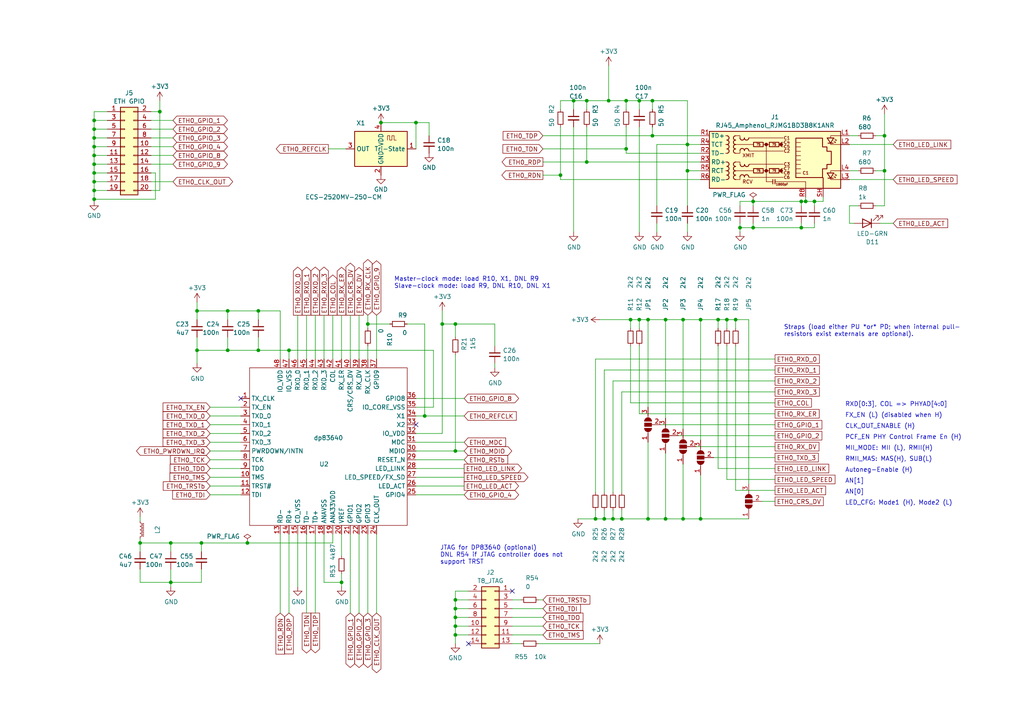
<source format=kicad_sch>
(kicad_sch (version 20230121) (generator eeschema)
  (paper "A4")
  (junction (at 172.72 150.495))
  (junction (at 66.04 101.6))
  (junction (at 193.04 150.495))
  (junction (at 27.305 34.925))
  (junction (at 203.2 150.495))
  (junction (at 123.19 120.65))
  (junction (at 210.82 92.71))
  (junction (at 132.08 184.15))
  (junction (at 180.34 150.495))
  (junction (at 27.305 52.705))
  (junction (at 236.22 58.42))
  (junction (at 27.305 45.085))
  (junction (at 232.41 58.42))
  (junction (at 170.18 29.21))
  (junction (at 106.68 93.98))
  (junction (at 213.36 92.71))
  (junction (at 132.08 93.98))
  (junction (at 27.305 37.465))
  (junction (at 185.42 92.71))
  (junction (at 166.37 29.21))
  (junction (at 198.12 150.495))
  (junction (at 170.18 46.99))
  (junction (at 74.93 101.6))
  (junction (at 74.93 90.17))
  (junction (at 208.28 92.71))
  (junction (at 189.23 29.21))
  (junction (at 189.23 39.37))
  (junction (at 110.49 35.56))
  (junction (at 27.305 50.165))
  (junction (at 49.53 168.91))
  (junction (at 71.755 157.48))
  (junction (at 49.53 157.48))
  (junction (at 218.44 58.42))
  (junction (at 177.8 150.495))
  (junction (at 162.56 50.8))
  (junction (at 181.61 43.18))
  (junction (at 198.12 92.71))
  (junction (at 27.305 47.625))
  (junction (at 182.88 92.71))
  (junction (at 120.65 35.56))
  (junction (at 181.61 29.21))
  (junction (at 232.41 66.04))
  (junction (at 132.08 130.81))
  (junction (at 193.04 92.71))
  (junction (at 128.27 93.98))
  (junction (at 132.08 173.99))
  (junction (at 99.06 168.91))
  (junction (at 176.53 29.21))
  (junction (at 27.305 40.005))
  (junction (at 203.2 92.71))
  (junction (at 175.26 150.495))
  (junction (at 132.08 176.53))
  (junction (at 233.68 58.42))
  (junction (at 187.96 92.71))
  (junction (at 83.82 101.6))
  (junction (at 187.96 150.495))
  (junction (at 199.39 49.53))
  (junction (at 214.63 66.04))
  (junction (at 132.08 181.61))
  (junction (at 27.305 42.545))
  (junction (at 58.42 157.48))
  (junction (at 46.355 32.385))
  (junction (at 57.15 101.6))
  (junction (at 185.42 29.21))
  (junction (at 27.305 55.245))
  (junction (at 199.39 41.91))
  (junction (at 40.64 157.48))
  (junction (at 256.54 49.53))
  (junction (at 256.54 39.37))
  (junction (at 66.04 90.17))
  (junction (at 57.15 90.17))
  (junction (at 132.08 179.07))
  (junction (at 27.305 57.785))
  (junction (at 218.44 66.04))
  (no_connect (at 148.59 171.45))
  (no_connect (at 69.85 115.57))
  (no_connect (at 120.65 123.19))
  (no_connect (at 135.89 186.69))
  (wire (pts (xy 49.53 168.91) (xy 49.53 170.18)))
  (wire (pts (xy 180.34 113.665) (xy 180.34 142.875)))
  (wire (pts (xy 43.815 52.705) (xy 50.165 52.705)))
  (wire (pts (xy 233.68 57.15) (xy 233.68 58.42)))
  (wire (pts (xy 224.79 104.14) (xy 172.72 104.14)))
  (wire (pts (xy 120.65 118.11) (xy 125.73 118.11)))
  (wire (pts (xy 93.98 91.44) (xy 93.98 104.14)))
  (wire (pts (xy 246.38 64.77) (xy 247.65 64.77)))
  (wire (pts (xy 246.38 49.53) (xy 248.92 49.53)))
  (wire (pts (xy 254 59.69) (xy 256.54 59.69)))
  (wire (pts (xy 193.04 92.71) (xy 193.04 121.285)))
  (wire (pts (xy 101.6 154.94) (xy 101.6 177.8)))
  (wire (pts (xy 45.085 57.785) (xy 27.305 57.785)))
  (wire (pts (xy 120.65 125.73) (xy 128.27 125.73)))
  (wire (pts (xy 182.88 100.33) (xy 182.88 116.84)))
  (wire (pts (xy 99.06 154.94) (xy 99.06 161.29)))
  (wire (pts (xy 143.51 105.41) (xy 143.51 106.68)))
  (wire (pts (xy 132.08 173.99) (xy 132.08 171.45)))
  (wire (pts (xy 27.305 47.625) (xy 31.115 47.625)))
  (wire (pts (xy 74.93 101.6) (xy 83.82 101.6)))
  (wire (pts (xy 175.26 150.495) (xy 172.72 150.495)))
  (wire (pts (xy 176.53 29.21) (xy 181.61 29.21)))
  (wire (pts (xy 132.08 171.45) (xy 135.89 171.45)))
  (wire (pts (xy 99.06 168.91) (xy 99.06 166.37)))
  (wire (pts (xy 91.44 154.94) (xy 91.44 177.8)))
  (wire (pts (xy 172.72 147.955) (xy 172.72 150.495)))
  (wire (pts (xy 210.82 92.71) (xy 213.36 92.71)))
  (wire (pts (xy 60.96 138.43) (xy 69.85 138.43)))
  (wire (pts (xy 135.89 179.07) (xy 132.08 179.07)))
  (wire (pts (xy 120.65 135.89) (xy 134.62 135.89)))
  (wire (pts (xy 60.96 140.97) (xy 69.85 140.97)))
  (wire (pts (xy 135.89 173.99) (xy 132.08 173.99)))
  (wire (pts (xy 88.9 154.94) (xy 88.9 177.8)))
  (wire (pts (xy 74.93 90.17) (xy 81.28 90.17)))
  (wire (pts (xy 86.36 154.94) (xy 86.36 170.18)))
  (wire (pts (xy 185.42 120.015) (xy 224.79 120.015)))
  (wire (pts (xy 198.12 92.71) (xy 203.2 92.71)))
  (wire (pts (xy 238.76 58.42) (xy 238.76 57.15)))
  (wire (pts (xy 45.085 50.165) (xy 45.085 57.785)))
  (wire (pts (xy 210.82 100.33) (xy 210.82 139.065)))
  (wire (pts (xy 175.26 107.315) (xy 175.26 142.875)))
  (wire (pts (xy 175.26 147.955) (xy 175.26 150.495)))
  (wire (pts (xy 232.41 64.77) (xy 232.41 66.04)))
  (wire (pts (xy 208.28 100.33) (xy 208.28 135.89)))
  (wire (pts (xy 199.39 41.91) (xy 203.2 41.91)))
  (wire (pts (xy 120.65 43.18) (xy 120.65 35.56)))
  (wire (pts (xy 246.38 52.07) (xy 259.08 52.07)))
  (wire (pts (xy 93.98 168.91) (xy 99.06 168.91)))
  (wire (pts (xy 185.42 95.25) (xy 185.42 92.71)))
  (wire (pts (xy 213.36 100.33) (xy 213.36 142.24)))
  (wire (pts (xy 43.815 40.005) (xy 50.165 40.005)))
  (wire (pts (xy 203.2 49.53) (xy 199.39 49.53)))
  (wire (pts (xy 132.08 130.81) (xy 134.62 130.81)))
  (wire (pts (xy 132.08 176.53) (xy 132.08 173.99)))
  (wire (pts (xy 156.21 186.69) (xy 173.99 186.69)))
  (wire (pts (xy 181.61 29.21) (xy 181.61 31.75)))
  (wire (pts (xy 88.9 91.44) (xy 88.9 104.14)))
  (wire (pts (xy 148.59 184.15) (xy 157.48 184.15)))
  (wire (pts (xy 214.63 66.04) (xy 214.63 67.31)))
  (wire (pts (xy 157.48 46.99) (xy 170.18 46.99)))
  (wire (pts (xy 172.72 104.14) (xy 172.72 142.875)))
  (wire (pts (xy 86.36 91.44) (xy 86.36 104.14)))
  (wire (pts (xy 208.28 92.71) (xy 208.28 95.25)))
  (wire (pts (xy 96.52 154.94) (xy 96.52 157.48)))
  (wire (pts (xy 49.53 157.48) (xy 49.53 160.02)))
  (wire (pts (xy 106.68 93.98) (xy 106.68 95.25)))
  (wire (pts (xy 27.305 55.245) (xy 27.305 57.785)))
  (wire (pts (xy 162.56 52.07) (xy 162.56 50.8)))
  (wire (pts (xy 208.28 92.71) (xy 210.82 92.71)))
  (wire (pts (xy 132.08 93.98) (xy 128.27 93.98)))
  (wire (pts (xy 203.2 92.71) (xy 203.2 127.635)))
  (wire (pts (xy 27.305 45.085) (xy 31.115 45.085)))
  (wire (pts (xy 27.305 45.085) (xy 27.305 47.625)))
  (wire (pts (xy 83.82 101.6) (xy 83.82 104.14)))
  (wire (pts (xy 43.815 50.165) (xy 45.085 50.165)))
  (wire (pts (xy 182.88 116.84) (xy 224.79 116.84)))
  (wire (pts (xy 99.06 168.91) (xy 99.06 170.18)))
  (wire (pts (xy 180.34 150.495) (xy 177.8 150.495)))
  (wire (pts (xy 27.305 40.005) (xy 31.115 40.005)))
  (wire (pts (xy 60.96 143.51) (xy 69.85 143.51)))
  (wire (pts (xy 187.96 92.71) (xy 187.96 118.11)))
  (wire (pts (xy 196.85 126.365) (xy 224.79 126.365)))
  (wire (pts (xy 43.815 37.465) (xy 50.165 37.465)))
  (wire (pts (xy 187.96 150.495) (xy 193.04 150.495)))
  (wire (pts (xy 218.44 64.77) (xy 218.44 66.04)))
  (wire (pts (xy 143.51 100.33) (xy 143.51 93.98)))
  (wire (pts (xy 255.27 64.77) (xy 259.08 64.77)))
  (wire (pts (xy 218.44 58.42) (xy 218.44 59.69)))
  (wire (pts (xy 182.88 95.25) (xy 182.88 92.71)))
  (wire (pts (xy 185.42 92.71) (xy 182.88 92.71)))
  (wire (pts (xy 40.64 149.86) (xy 40.64 151.13)))
  (wire (pts (xy 106.68 91.44) (xy 106.68 93.98)))
  (wire (pts (xy 101.6 91.44) (xy 101.6 104.14)))
  (wire (pts (xy 40.64 156.21) (xy 40.64 157.48)))
  (wire (pts (xy 91.44 91.44) (xy 91.44 104.14)))
  (wire (pts (xy 210.82 139.065) (xy 224.79 139.065)))
  (wire (pts (xy 166.37 29.21) (xy 166.37 31.75)))
  (wire (pts (xy 224.79 113.665) (xy 180.34 113.665)))
  (wire (pts (xy 95.25 43.18) (xy 100.33 43.18)))
  (wire (pts (xy 135.89 176.53) (xy 132.08 176.53)))
  (wire (pts (xy 120.65 120.65) (xy 123.19 120.65)))
  (wire (pts (xy 27.305 52.705) (xy 27.305 55.245)))
  (wire (pts (xy 46.355 32.385) (xy 46.355 29.21)))
  (wire (pts (xy 132.08 102.87) (xy 132.08 130.81)))
  (wire (pts (xy 60.96 133.35) (xy 69.85 133.35)))
  (wire (pts (xy 27.305 37.465) (xy 27.305 40.005)))
  (wire (pts (xy 213.36 95.25) (xy 213.36 92.71)))
  (wire (pts (xy 207.01 132.715) (xy 224.79 132.715)))
  (wire (pts (xy 193.04 92.71) (xy 198.12 92.71)))
  (wire (pts (xy 49.53 157.48) (xy 58.42 157.48)))
  (wire (pts (xy 189.23 29.21) (xy 185.42 29.21)))
  (wire (pts (xy 57.15 87.63) (xy 57.15 90.17)))
  (wire (pts (xy 189.23 31.75) (xy 189.23 29.21)))
  (wire (pts (xy 83.82 154.94) (xy 83.82 177.8)))
  (wire (pts (xy 246.38 59.69) (xy 246.38 64.77)))
  (wire (pts (xy 213.36 142.24) (xy 224.79 142.24)))
  (wire (pts (xy 57.15 105.41) (xy 57.15 101.6)))
  (wire (pts (xy 181.61 44.45) (xy 203.2 44.45)))
  (wire (pts (xy 27.305 50.165) (xy 27.305 52.705)))
  (wire (pts (xy 180.34 147.955) (xy 180.34 150.495)))
  (wire (pts (xy 199.39 29.21) (xy 189.23 29.21)))
  (wire (pts (xy 218.44 66.04) (xy 232.41 66.04)))
  (wire (pts (xy 43.815 45.085) (xy 50.165 45.085)))
  (wire (pts (xy 170.18 29.21) (xy 176.53 29.21)))
  (wire (pts (xy 170.18 36.83) (xy 170.18 46.99)))
  (wire (pts (xy 125.73 101.6) (xy 83.82 101.6)))
  (wire (pts (xy 40.64 168.91) (xy 49.53 168.91)))
  (wire (pts (xy 40.64 165.1) (xy 40.64 168.91)))
  (wire (pts (xy 46.355 55.245) (xy 46.355 32.385)))
  (wire (pts (xy 248.92 59.69) (xy 246.38 59.69)))
  (wire (pts (xy 199.39 64.77) (xy 199.39 67.31)))
  (wire (pts (xy 218.44 58.42) (xy 232.41 58.42)))
  (wire (pts (xy 132.08 97.79) (xy 132.08 93.98)))
  (wire (pts (xy 43.815 32.385) (xy 46.355 32.385)))
  (wire (pts (xy 118.11 93.98) (xy 123.19 93.98)))
  (wire (pts (xy 189.23 36.83) (xy 189.23 39.37)))
  (wire (pts (xy 125.73 118.11) (xy 125.73 101.6)))
  (wire (pts (xy 224.79 110.49) (xy 177.8 110.49)))
  (wire (pts (xy 198.12 134.62) (xy 198.12 150.495)))
  (wire (pts (xy 217.17 140.335) (xy 217.17 92.71)))
  (wire (pts (xy 132.08 179.07) (xy 132.08 176.53)))
  (wire (pts (xy 57.15 90.17) (xy 66.04 90.17)))
  (wire (pts (xy 181.61 43.18) (xy 181.61 44.45)))
  (wire (pts (xy 246.38 41.91) (xy 259.08 41.91)))
  (wire (pts (xy 43.815 34.925) (xy 50.165 34.925)))
  (wire (pts (xy 185.42 100.33) (xy 185.42 120.015)))
  (wire (pts (xy 246.38 39.37) (xy 248.92 39.37)))
  (wire (pts (xy 40.64 157.48) (xy 49.53 157.48)))
  (wire (pts (xy 187.96 92.71) (xy 193.04 92.71)))
  (wire (pts (xy 236.22 58.42) (xy 236.22 59.69)))
  (wire (pts (xy 81.28 154.94) (xy 81.28 177.8)))
  (wire (pts (xy 256.54 59.69) (xy 256.54 49.53)))
  (wire (pts (xy 170.18 29.21) (xy 170.18 31.75)))
  (wire (pts (xy 177.8 150.495) (xy 175.26 150.495)))
  (wire (pts (xy 210.82 92.71) (xy 210.82 95.25)))
  (wire (pts (xy 120.65 143.51) (xy 134.62 143.51)))
  (wire (pts (xy 199.39 41.91) (xy 199.39 49.53)))
  (wire (pts (xy 60.96 130.81) (xy 69.85 130.81)))
  (wire (pts (xy 157.48 43.18) (xy 181.61 43.18)))
  (wire (pts (xy 27.305 52.705) (xy 31.115 52.705)))
  (wire (pts (xy 177.8 147.955) (xy 177.8 150.495)))
  (wire (pts (xy 27.305 42.545) (xy 27.305 45.085)))
  (wire (pts (xy 148.59 186.69) (xy 151.13 186.69)))
  (wire (pts (xy 193.04 131.445) (xy 193.04 150.495)))
  (wire (pts (xy 60.96 125.73) (xy 69.85 125.73)))
  (wire (pts (xy 185.42 36.83) (xy 185.42 67.31)))
  (wire (pts (xy 124.46 39.37) (xy 124.46 35.56)))
  (wire (pts (xy 66.04 97.79) (xy 66.04 101.6)))
  (wire (pts (xy 162.56 29.21) (xy 166.37 29.21)))
  (wire (pts (xy 104.14 154.94) (xy 104.14 177.8)))
  (wire (pts (xy 109.22 91.44) (xy 109.22 104.14)))
  (wire (pts (xy 57.15 97.79) (xy 57.15 101.6)))
  (wire (pts (xy 124.46 35.56) (xy 120.65 35.56)))
  (wire (pts (xy 132.08 181.61) (xy 132.08 179.07)))
  (wire (pts (xy 57.15 90.17) (xy 57.15 92.71)))
  (wire (pts (xy 256.54 49.53) (xy 256.54 39.37)))
  (wire (pts (xy 162.56 31.75) (xy 162.56 29.21)))
  (wire (pts (xy 135.89 184.15) (xy 132.08 184.15)))
  (wire (pts (xy 120.65 140.97) (xy 134.62 140.97)))
  (wire (pts (xy 236.22 66.04) (xy 236.22 64.77)))
  (wire (pts (xy 135.89 181.61) (xy 132.08 181.61)))
  (wire (pts (xy 99.06 91.44) (xy 99.06 104.14)))
  (wire (pts (xy 148.59 179.07) (xy 157.48 179.07)))
  (wire (pts (xy 81.28 104.14) (xy 81.28 90.17)))
  (wire (pts (xy 208.28 135.89) (xy 224.79 135.89)))
  (wire (pts (xy 71.755 157.48) (xy 58.42 157.48)))
  (wire (pts (xy 148.59 176.53) (xy 157.48 176.53)))
  (wire (pts (xy 166.37 36.83) (xy 166.37 67.31)))
  (wire (pts (xy 120.65 138.43) (xy 134.62 138.43)))
  (wire (pts (xy 203.2 52.07) (xy 162.56 52.07)))
  (wire (pts (xy 187.96 128.27) (xy 187.96 150.495)))
  (wire (pts (xy 232.41 58.42) (xy 232.41 59.69)))
  (wire (pts (xy 193.04 150.495) (xy 198.12 150.495)))
  (wire (pts (xy 128.27 90.17) (xy 128.27 93.98)))
  (wire (pts (xy 43.815 55.245) (xy 46.355 55.245)))
  (wire (pts (xy 66.04 101.6) (xy 74.93 101.6)))
  (wire (pts (xy 132.08 186.69) (xy 132.08 184.15)))
  (wire (pts (xy 27.305 40.005) (xy 27.305 42.545)))
  (wire (pts (xy 60.96 118.11) (xy 69.85 118.11)))
  (wire (pts (xy 214.63 59.69) (xy 214.63 58.42)))
  (wire (pts (xy 191.77 123.19) (xy 224.79 123.19)))
  (wire (pts (xy 120.65 128.27) (xy 134.62 128.27)))
  (wire (pts (xy 176.53 19.05) (xy 176.53 29.21)))
  (wire (pts (xy 143.51 93.98) (xy 132.08 93.98)))
  (wire (pts (xy 106.68 154.94) (xy 106.68 177.8)))
  (wire (pts (xy 190.5 41.91) (xy 199.39 41.91)))
  (wire (pts (xy 201.93 129.54) (xy 224.79 129.54)))
  (wire (pts (xy 232.41 66.04) (xy 236.22 66.04)))
  (wire (pts (xy 254 49.53) (xy 256.54 49.53)))
  (wire (pts (xy 49.53 168.91) (xy 58.42 168.91)))
  (wire (pts (xy 162.56 50.8) (xy 162.56 36.83)))
  (wire (pts (xy 27.305 34.925) (xy 27.305 37.465)))
  (wire (pts (xy 109.22 154.94) (xy 109.22 177.8)))
  (wire (pts (xy 148.59 173.99) (xy 151.13 173.99)))
  (wire (pts (xy 198.12 150.495) (xy 203.2 150.495)))
  (wire (pts (xy 49.53 165.1) (xy 49.53 168.91)))
  (wire (pts (xy 181.61 36.83) (xy 181.61 43.18)))
  (wire (pts (xy 185.42 92.71) (xy 187.96 92.71)))
  (wire (pts (xy 93.98 154.94) (xy 93.98 168.91)))
  (wire (pts (xy 177.8 110.49) (xy 177.8 142.875)))
  (wire (pts (xy 172.72 150.495) (xy 167.64 150.495)))
  (wire (pts (xy 190.5 59.69) (xy 190.5 41.91)))
  (wire (pts (xy 60.96 128.27) (xy 69.85 128.27)))
  (wire (pts (xy 214.63 64.77) (xy 214.63 66.04)))
  (wire (pts (xy 27.305 37.465) (xy 31.115 37.465)))
  (wire (pts (xy 66.04 90.17) (xy 74.93 90.17)))
  (wire (pts (xy 43.815 42.545) (xy 50.165 42.545)))
  (wire (pts (xy 182.88 92.71) (xy 173.99 92.71)))
  (wire (pts (xy 27.305 34.925) (xy 31.115 34.925)))
  (wire (pts (xy 185.42 29.21) (xy 181.61 29.21)))
  (wire (pts (xy 256.54 39.37) (xy 256.54 33.02)))
  (wire (pts (xy 120.65 130.81) (xy 132.08 130.81)))
  (wire (pts (xy 254 39.37) (xy 256.54 39.37)))
  (wire (pts (xy 31.115 32.385) (xy 27.305 32.385)))
  (wire (pts (xy 198.12 92.71) (xy 198.12 124.46)))
  (wire (pts (xy 233.68 58.42) (xy 236.22 58.42)))
  (wire (pts (xy 27.305 55.245) (xy 31.115 55.245)))
  (wire (pts (xy 123.19 93.98) (xy 123.19 120.65)))
  (wire (pts (xy 60.96 120.65) (xy 69.85 120.65)))
  (wire (pts (xy 58.42 157.48) (xy 58.42 160.02)))
  (wire (pts (xy 199.39 49.53) (xy 199.39 59.69)))
  (wire (pts (xy 27.305 50.165) (xy 31.115 50.165)))
  (wire (pts (xy 166.37 29.21) (xy 170.18 29.21)))
  (wire (pts (xy 203.2 150.495) (xy 217.17 150.495)))
  (wire (pts (xy 104.14 91.44) (xy 104.14 104.14)))
  (wire (pts (xy 40.64 157.48) (xy 40.64 160.02)))
  (wire (pts (xy 132.08 184.15) (xy 132.08 181.61)))
  (wire (pts (xy 120.65 115.57) (xy 134.62 115.57)))
  (wire (pts (xy 96.52 157.48) (xy 71.755 157.48)))
  (wire (pts (xy 185.42 29.21) (xy 185.42 31.75)))
  (wire (pts (xy 232.41 58.42) (xy 233.68 58.42)))
  (wire (pts (xy 66.04 90.17) (xy 66.04 92.71)))
  (wire (pts (xy 106.68 93.98) (xy 113.03 93.98)))
  (wire (pts (xy 43.815 47.625) (xy 50.165 47.625)))
  (wire (pts (xy 27.305 42.545) (xy 31.115 42.545)))
  (wire (pts (xy 106.68 100.33) (xy 106.68 104.14)))
  (wire (pts (xy 203.2 92.71) (xy 208.28 92.71)))
  (wire (pts (xy 148.59 181.61) (xy 157.48 181.61)))
  (wire (pts (xy 199.39 41.91) (xy 199.39 29.21)))
  (wire (pts (xy 128.27 93.98) (xy 128.27 125.73)))
  (wire (pts (xy 180.34 150.495) (xy 187.96 150.495)))
  (wire (pts (xy 58.42 165.1) (xy 58.42 168.91)))
  (wire (pts (xy 236.22 58.42) (xy 238.76 58.42)))
  (wire (pts (xy 224.79 107.315) (xy 175.26 107.315)))
  (wire (pts (xy 57.15 101.6) (xy 66.04 101.6)))
  (wire (pts (xy 74.93 90.17) (xy 74.93 92.71)))
  (wire (pts (xy 157.48 50.8) (xy 162.56 50.8)))
  (wire (pts (xy 27.305 57.785) (xy 27.305 58.42)))
  (wire (pts (xy 214.63 58.42) (xy 218.44 58.42)))
  (wire (pts (xy 203.2 137.795) (xy 203.2 150.495)))
  (wire (pts (xy 60.96 135.89) (xy 69.85 135.89)))
  (wire (pts (xy 60.96 123.19) (xy 69.85 123.19)))
  (wire (pts (xy 156.21 173.99) (xy 157.48 173.99)))
  (wire (pts (xy 213.36 92.71) (xy 217.17 92.71)))
  (wire (pts (xy 120.65 133.35) (xy 134.62 133.35)))
  (wire (pts (xy 190.5 64.77) (xy 190.5 67.31)))
  (wire (pts (xy 189.23 39.37) (xy 203.2 39.37)))
  (wire (pts (xy 27.305 32.385) (xy 27.305 34.925)))
  (wire (pts (xy 123.19 120.65) (xy 134.62 120.65)))
  (wire (pts (xy 170.18 46.99) (xy 203.2 46.99)))
  (wire (pts (xy 27.305 47.625) (xy 27.305 50.165)))
  (wire (pts (xy 120.65 35.56) (xy 110.49 35.56)))
  (wire (pts (xy 96.52 91.44) (xy 96.52 104.14)))
  (wire (pts (xy 214.63 66.04) (xy 218.44 66.04)))
  (wire (pts (xy 220.98 145.415) (xy 224.79 145.415)))
  (wire (pts (xy 74.93 97.79) (xy 74.93 101.6)))
  (wire (pts (xy 157.48 39.37) (xy 189.23 39.37)))
  (text "RXD[0:3], COL => PHYAD[4:0]" (at 245.11 118.11 0) (effects (font (size 1.27 1.27)) (justify left bottom)))
  (text "PCF_EN PHY Control Frame En (H)" (at 245.11 127.635 0) (effects (font (size 1.27 1.27)) (justify left bottom)))
  (text "JTAG for DP83640 (optional)\nDNL R54 if JTAG controller does not\nsupport TRST" (at 127.635 163.83 0) (effects (font (size 1.27 1.27)) (justify left bottom)))
  (text "AN[0]" (at 245.11 143.51 0) (effects (font (size 1.27 1.27)) (justify left bottom)))
  (text "MII_MODE: MII (L), RMII(H)" (at 245.11 130.81 0) (effects (font (size 1.27 1.27)) (justify left bottom)))
  (text "FX_EN (L) (disabled when H)" (at 245.11 121.285 0) (effects (font (size 1.27 1.27)) (justify left bottom)))
  (text "Straps (load either PU *or* PD; when internal pull-\nresistors exist externals are optional)." (at 227.33 97.79 0) (effects (font (size 1.27 1.27)) (justify left bottom)))
  (text "RMII_MAS: MAS(H), SUB(L)" (at 245.11 133.985 0) (effects (font (size 1.27 1.27)) (justify left bottom)))
  (text "CLK_OUT_ENABLE (H)" (at 245.11 124.46 0) (effects (font (size 1.27 1.27)) (justify left bottom)))
  (text "Autoneg-Enable (H)" (at 245.11 137.16 0) (effects (font (size 1.27 1.27)) (justify left bottom)))
  (text "Master-clock mode: load R10, X1, DNL R9\nSlave-clock mode: load R9, DNL R10, DNL X1" (at 114.3 83.82 0) (effects (font (size 1.27 1.27)) (justify left bottom)))
  (text "AN[1]" (at 245.11 140.335 0) (effects (font (size 1.27 1.27)) (justify left bottom)))
  (text "LED_CFG: Mode1 (H), Mode2 (L)" (at 245.11 146.685 0) (effects (font (size 1.27 1.27)) (justify left bottom)))
  (global_label "ETH0_TX_EN" (shape input) (at 60.96 118.11 180) (property "Intersheetrefs" "${INTERSHEET_REFS}" (effects hide)))
  (global_label "ETH0_TCK" (shape input) (at 60.96 133.35 180) (property "Intersheetrefs" "${INTERSHEET_REFS}" (effects hide)))
  (global_label "ETH0_RXD_2" (shape output) (at 91.44 91.44 90) (property "Intersheetrefs" "${INTERSHEET_REFS}" (effects hide)))
  (global_label "ETH0_RDP" (shape input) (at 83.82 177.8 270) (property "Intersheetrefs" "${INTERSHEET_REFS}" (effects hide)))
  (global_label "ETH0_RXD_0" (shape passive) (at 224.79 104.14 0) (property "Intersheetrefs" "${INTERSHEET_REFS}" (effects hide)))
  (global_label "ETH0_CLK_OUT" (shape bidirectional) (at 109.22 177.8 270) (property "Intersheetrefs" "${INTERSHEET_REFS}" (effects hide)))
  (global_label "ETH0_GPIO_2" (shape bidirectional) (at 50.165 37.465 0) (property "Intersheetrefs" "${INTERSHEET_REFS}" (effects hide)))
  (global_label "ETH0_MDIO" (shape bidirectional) (at 134.62 130.81 0) (property "Intersheetrefs" "${INTERSHEET_REFS}" (effects hide)))
  (global_label "ETH0_GPIO_1" (shape bidirectional) (at 101.6 177.8 270) (property "Intersheetrefs" "${INTERSHEET_REFS}" (effects hide)))
  (global_label "ETH0_REFCLK" (shape output) (at 95.25 43.18 180) (property "Intersheetrefs" "${INTERSHEET_REFS}" (effects hide)))
  (global_label "ETH0_LED_ACT" (shape output) (at 134.62 140.97 0) (property "Intersheetrefs" "${INTERSHEET_REFS}" (effects hide)))
  (global_label "ETH0_RXD_3" (shape output) (at 93.98 91.44 90) (property "Intersheetrefs" "${INTERSHEET_REFS}" (effects hide)))
  (global_label "ETH0_RX_DV" (shape passive) (at 224.79 129.54 0) (property "Intersheetrefs" "${INTERSHEET_REFS}" (effects hide)))
  (global_label "ETH0_RXD_1" (shape output) (at 88.9 91.44 90) (property "Intersheetrefs" "${INTERSHEET_REFS}" (effects hide)))
  (global_label "ETH0_CRS_DV" (shape output) (at 101.6 91.44 90) (property "Intersheetrefs" "${INTERSHEET_REFS}" (effects hide)))
  (global_label "ETH0_TMS" (shape input) (at 60.96 138.43 180) (property "Intersheetrefs" "${INTERSHEET_REFS}" (effects hide)))
  (global_label "ETH0_TDI" (shape input) (at 60.96 143.51 180) (property "Intersheetrefs" "${INTERSHEET_REFS}" (effects hide)))
  (global_label "ETH0_GPIO_4" (shape bidirectional) (at 50.165 42.545 0) (property "Intersheetrefs" "${INTERSHEET_REFS}" (effects hide)))
  (global_label "ETH0_RXD_3" (shape passive) (at 224.79 113.665 0) (property "Intersheetrefs" "${INTERSHEET_REFS}" (effects hide)))
  (global_label "ETH0_TXD_0" (shape input) (at 60.96 120.65 180) (property "Intersheetrefs" "${INTERSHEET_REFS}" (effects hide)))
  (global_label "ETH0_TMS" (shape input) (at 157.48 184.15 0) (property "Intersheetrefs" "${INTERSHEET_REFS}" (effects hide)))
  (global_label "ETH0_REFCLK" (shape input) (at 134.62 120.65 0) (property "Intersheetrefs" "${INTERSHEET_REFS}" (effects hide)))
  (global_label "ETH0_RX_ER" (shape output) (at 99.06 91.44 90) (property "Intersheetrefs" "${INTERSHEET_REFS}" (effects hide)))
  (global_label "ETH0_TDI" (shape input) (at 157.48 176.53 0) (property "Intersheetrefs" "${INTERSHEET_REFS}" (effects hide)))
  (global_label "ETH0_TXD_1" (shape input) (at 60.96 123.19 180) (property "Intersheetrefs" "${INTERSHEET_REFS}" (effects hide)))
  (global_label "ETH0_GPIO_4" (shape bidirectional) (at 134.62 143.51 0) (property "Intersheetrefs" "${INTERSHEET_REFS}" (effects hide)))
  (global_label "ETH0_PWRDWN_IRQ" (shape bidirectional) (at 60.96 130.81 180) (property "Intersheetrefs" "${INTERSHEET_REFS}" (effects hide)))
  (global_label "ETH0_GPIO_3" (shape bidirectional) (at 50.165 40.005 0) (property "Intersheetrefs" "${INTERSHEET_REFS}" (effects hide)))
  (global_label "ETH0_GPIO_9" (shape bidirectional) (at 109.22 91.44 90) (property "Intersheetrefs" "${INTERSHEET_REFS}" (effects hide)))
  (global_label "ETH0_RX_CLK" (shape bidirectional) (at 106.68 91.44 90) (property "Intersheetrefs" "${INTERSHEET_REFS}" (effects hide)))
  (global_label "ETH0_TDP" (shape output) (at 91.44 177.8 270) (property "Intersheetrefs" "${INTERSHEET_REFS}" (effects hide)))
  (global_label "ETH0_MDC" (shape input) (at 134.62 128.27 0) (property "Intersheetrefs" "${INTERSHEET_REFS}" (effects hide)))
  (global_label "ETH0_RX_DV" (shape output) (at 104.14 91.44 90) (property "Intersheetrefs" "${INTERSHEET_REFS}" (effects hide)))
  (global_label "ETH0_GPIO_1" (shape passive) (at 224.79 123.19 0) (property "Intersheetrefs" "${INTERSHEET_REFS}" (effects hide)))
  (global_label "ETH0_LED_ACT" (shape input) (at 259.08 64.77 0) (property "Intersheetrefs" "${INTERSHEET_REFS}" (effects hide)))
  (global_label "ETH0_RXD_1" (shape passive) (at 224.79 107.315 0) (property "Intersheetrefs" "${INTERSHEET_REFS}" (effects hide)))
  (global_label "ETH0_TDO" (shape input) (at 60.96 135.89 180) (property "Intersheetrefs" "${INTERSHEET_REFS}" (effects hide)))
  (global_label "ETH0_GPIO_2" (shape passive) (at 224.79 126.365 0) (property "Intersheetrefs" "${INTERSHEET_REFS}" (effects hide)))
  (global_label "ETH0_TXD_2" (shape input) (at 60.96 125.73 180) (property "Intersheetrefs" "${INTERSHEET_REFS}" (effects hide)))
  (global_label "ETH0_COL" (shape passive) (at 224.79 116.84 0) (property "Intersheetrefs" "${INTERSHEET_REFS}" (effects hide)))
  (global_label "ETH0_LED_SPEED" (shape output) (at 134.62 138.43 0) (property "Intersheetrefs" "${INTERSHEET_REFS}" (effects hide)))
  (global_label "ETH0_LED_ACT" (shape passive) (at 224.79 142.24 0) (property "Intersheetrefs" "${INTERSHEET_REFS}" (effects hide)))
  (global_label "ETH0_TXD_3" (shape passive) (at 224.79 132.715 0) (property "Intersheetrefs" "${INTERSHEET_REFS}" (effects hide)))
  (global_label "ETH0_CLK_OUT" (shape bidirectional) (at 50.165 52.705 0) (property "Intersheetrefs" "${INTERSHEET_REFS}" (effects hide)))
  (global_label "ETH0_TCK" (shape input) (at 157.48 181.61 0) (property "Intersheetrefs" "${INTERSHEET_REFS}" (effects hide)))
  (global_label "ETH0_LED_LINK" (shape output) (at 134.62 135.89 0) (property "Intersheetrefs" "${INTERSHEET_REFS}" (effects hide)))
  (global_label "ETH0_RSTb" (shape input) (at 134.62 133.35 0) (property "Intersheetrefs" "${INTERSHEET_REFS}" (effects hide)))
  (global_label "ETH0_TDP" (shape input) (at 157.48 39.37 180) (property "Intersheetrefs" "${INTERSHEET_REFS}" (effects hide)))
  (global_label "ETH0_LED_LINK" (shape input) (at 259.08 41.91 0) (property "Intersheetrefs" "${INTERSHEET_REFS}" (effects hide)))
  (global_label "ETH0_TDO" (shape input) (at 157.48 179.07 0) (property "Intersheetrefs" "${INTERSHEET_REFS}" (effects hide)))
  (global_label "ETH0_TXD_3" (shape input) (at 60.96 128.27 180) (property "Intersheetrefs" "${INTERSHEET_REFS}" (effects hide)))
  (global_label "ETH0_RDN" (shape input) (at 81.28 177.8 270) (property "Intersheetrefs" "${INTERSHEET_REFS}" (effects hide)))
  (global_label "ETH0_GPIO_8" (shape bidirectional) (at 134.62 115.57 0) (property "Intersheetrefs" "${INTERSHEET_REFS}" (effects hide)))
  (global_label "ETH0_LED_LINK" (shape passive) (at 224.79 135.89 0) (property "Intersheetrefs" "${INTERSHEET_REFS}" (effects hide)))
  (global_label "ETH0_LED_SPEED" (shape passive) (at 224.79 139.065 0) (property "Intersheetrefs" "${INTERSHEET_REFS}" (effects hide)))
  (global_label "ETH0_TRSTb" (shape input) (at 60.96 140.97 180) (property "Intersheetrefs" "${INTERSHEET_REFS}" (effects hide)))
  (global_label "ETH0_RXD_0" (shape output) (at 86.36 91.44 90) (property "Intersheetrefs" "${INTERSHEET_REFS}" (effects hide)))
  (global_label "ETH0_TDN" (shape input) (at 157.48 43.18 180) (property "Intersheetrefs" "${INTERSHEET_REFS}" (effects hide)))
  (global_label "ETH0_RX_ER" (shape passive) (at 224.79 120.015 0) (property "Intersheetrefs" "${INTERSHEET_REFS}" (effects hide)))
  (global_label "ETH0_GPIO_9" (shape bidirectional) (at 50.165 47.625 0) (property "Intersheetrefs" "${INTERSHEET_REFS}" (effects hide)))
  (global_label "ETH0_COL" (shape output) (at 96.52 91.44 90) (property "Intersheetrefs" "${INTERSHEET_REFS}" (effects hide)))
  (global_label "ETH0_LED_SPEED" (shape input) (at 259.08 52.07 0) (property "Intersheetrefs" "${INTERSHEET_REFS}" (effects hide)))
  (global_label "ETH0_GPIO_3" (shape bidirectional) (at 106.68 177.8 270) (property "Intersheetrefs" "${INTERSHEET_REFS}" (effects hide)))
  (global_label "ETH0_TRSTb" (shape input) (at 157.48 173.99 0) (property "Intersheetrefs" "${INTERSHEET_REFS}" (effects hide)))
  (global_label "ETH0_GPIO_8" (shape bidirectional) (at 50.165 45.085 0) (property "Intersheetrefs" "${INTERSHEET_REFS}" (effects hide)))
  (global_label "ETH0_RDP" (shape output) (at 157.48 46.99 180) (property "Intersheetrefs" "${INTERSHEET_REFS}" (effects hide)))
  (global_label "ETH0_GPIO_2" (shape bidirectional) (at 104.14 177.8 270) (property "Intersheetrefs" "${INTERSHEET_REFS}" (effects hide)))
  (global_label "ETH0_RDN" (shape output) (at 157.48 50.8 180) (property "Intersheetrefs" "${INTERSHEET_REFS}" (effects hide)))
  (global_label "ETH0_CRS_DV" (shape passive) (at 224.79 145.415 0) (property "Intersheetrefs" "${INTERSHEET_REFS}" (effects hide)))
  (global_label "ETH0_RXD_2" (shape passive) (at 224.79 110.49 0) (property "Intersheetrefs" "${INTERSHEET_REFS}" (effects hide)))
  (global_label "ETH0_GPIO_1" (shape bidirectional) (at 50.165 34.925 0) (property "Intersheetrefs" "${INTERSHEET_REFS}" (effects hide)))
  (global_label "ETH0_TDN" (shape output) (at 88.9 177.8 270) (property "Intersheetrefs" "${INTERSHEET_REFS}" (effects hide)))
  (symbol (lib_id "Device:R_Small") (at 181.61 34.29 0) (unit 1)
    (property "Reference" "R4" (at 179.07 33.02 90) (effects (justify left)))
    (property "Value" "50" (at 179.07 36.83 90) (effects (justify left)))
    (property "Footprint" "Resistor_SMD:R_0603_1608Metric" (effects hide))
  )
  (symbol (lib_id "power:GND") (at 27.305 58.42 0) (unit 1)
    (property "Reference" "#PWR081" (effects hide))
    (property "Value" "GND" (at 27.305 62.5531 0))
  )
  (symbol (lib_id "power:GND") (at 132.08 186.69 0) (unit 1)
    (property "Reference" "#PWR069" (effects hide))
    (property "Value" "GND" (at 132.08 190.8231 0))
  )
  (symbol (lib_id "power:GND") (at 166.37 67.31 0) (unit 1)
    (property "Reference" "#PWR048" (effects hide))
    (property "Value" "GND" (at 166.497 71.7042 0))
  )
  (symbol (lib_id "Device:C_Small") (at 185.42 34.29 0) (unit 1)
    (property "Reference" "C17" (at 184.15 27.94 0) (effects (justify left)))
    (property "Value" "100n" (at 184.15 25.4 0) (effects (justify left)))
    (property "Footprint" "Capacitor_SMD:C_0603_1608Metric" (effects hide))
    (property "Manufacturer" "Samsung" (effects hide))
    (property "Part" "CL10B104KB8NFN" (effects hide))
  )
  (symbol (lib_id "power:+3V3") (at 173.99 92.71 90) (mirror x) (unit 1)
    (property "Reference" "#PWR054" (effects hide))
    (property "Value" "+3V3" (at 170.815 92.71 90) (effects (justify left)))
  )
  (symbol (lib_id "Device:R_Small") (at 170.18 34.29 0) (mirror y) (unit 1)
    (property "Reference" "R3" (at 172.72 33.02 90) (effects (justify left)))
    (property "Value" "50" (at 172.72 36.83 90) (effects (justify left)))
    (property "Footprint" "Resistor_SMD:R_0603_1608Metric" (effects hide))
  )
  (symbol (lib_id "Device:C_Small") (at 236.22 62.23 0) (unit 1)
    (property "Reference" "C60" (at 238.5441 61.0242 0) (effects (justify left)))
    (property "Value" "1n" (at 238.5441 63.4484 0) (effects (justify left)))
    (property "Footprint" "Capacitor_SMD:C_0603_1608Metric" (effects hide))
    (property "Manufacturer" "Any" (effects hide))
    (property "Part" "1n-603" (effects hide))
  )
  (symbol (lib_id "power:GND") (at 57.15 105.41 0) (unit 1)
    (property "Reference" "#PWR055" (effects hide))
    (property "Value" "GND" (at 57.277 109.8042 0))
  )
  (symbol (lib_id "power:GND") (at 110.49 50.8 0) (unit 1)
    (property "Reference" "#PWR047" (effects hide))
    (property "Value" "GND" (at 110.49 54.9331 0))
  )
  (symbol (lib_id "Device:R_Small") (at 185.42 97.79 180) (unit 1)
    (property "Reference" "R12" (at 185.42 86.36 90) (effects (justify left)))
    (property "Value" "2k2" (at 185.42 80.01 90) (effects (justify left)))
    (property "Footprint" "Resistor_SMD:R_0603_1608Metric" (effects hide))
  )
  (symbol (lib_id "Device:R_Small") (at 106.68 97.79 180) (unit 1)
    (property "Reference" "R10" (at 113.03 96.52 90) (effects (justify left)))
    (property "Value" "0" (at 110.49 95.25 90) (effects (justify left)))
    (property "Footprint" "Resistor_SMD:R_0603_1608Metric" (effects hide))
  )
  (symbol (lib_id "Jumper:SolderJumper_3_Open") (at 198.12 129.54 90) (unit 1)
    (property "Reference" "JP3" (at 198.12 90.17 0) (effects (justify left)))
    (property "Value" "2k2" (at 198.12 83.82 0) (effects (justify left)))
    (property "Footprint" "proj_footprints:J_0603_L" (effects hide))
  )
  (symbol (lib_id "Device:R_Small") (at 210.82 97.79 180) (unit 1)
    (property "Reference" "R18" (at 210.82 86.36 90) (effects (justify left)))
    (property "Value" "2k2" (at 210.82 80.01 90) (effects (justify left)))
    (property "Footprint" "Resistor_SMD:R_0603_1608Metric" (effects hide))
  )
  (symbol (lib_id "Device:C_Small") (at 232.41 62.23 0) (mirror y) (unit 1)
    (property "Reference" "C73" (at 230.0859 61.0242 0) (effects (justify left)))
    (property "Value" "100n" (at 230.0859 63.4484 0) (effects (justify left)))
    (property "Footprint" "Capacitor_SMD:C_0603_1608Metric" (effects hide))
    (property "Manufacturer" "Samsung" (effects hide))
    (property "Part" "CL10B104KB8NFN" (effects hide))
  )
  (symbol (lib_id "Jumper:SolderJumper_3_Open") (at 193.04 126.365 90) (unit 1)
    (property "Reference" "JP2" (at 193.04 90.17 0) (effects (justify left)))
    (property "Value" "2k2" (at 193.04 83.82 0) (effects (justify left)))
    (property "Footprint" "proj_footprints:J_0603_I" (effects hide))
  )
  (symbol (lib_id "Device:C_Small") (at 49.53 162.56 0) (mirror y) (unit 1)
    (property "Reference" "C47" (at 47.2059 161.3542 0) (effects (justify left)))
    (property "Value" "100n" (at 47.2059 163.7784 0) (effects (justify left)))
    (property "Footprint" "Capacitor_SMD:C_0603_1608Metric" (effects hide))
    (property "Manufacturer" "Samsung" (effects hide))
    (property "Part" "CL10B104KB8NFN" (effects hide))
  )
  (symbol (lib_id "Device:C_Small") (at 143.51 102.87 0) (unit 1)
    (property "Reference" "C26" (at 145.8341 101.6642 0) (effects (justify left)))
    (property "Value" "100n" (at 145.8341 104.0884 0) (effects (justify left)))
    (property "Footprint" "Capacitor_SMD:C_0603_1608Metric" (effects hide))
    (property "Manufacturer" "Samsung" (effects hide))
    (property "Part" "CL10B104KB8NFN" (effects hide))
  )
  (symbol (lib_id "power:GND") (at 143.51 106.68 0) (unit 1)
    (property "Reference" "#PWR063" (effects hide))
    (property "Value" "GND" (at 143.637 111.0742 0))
  )
  (symbol (lib_id "Device:C_Small") (at 214.63 62.23 0) (mirror y) (unit 1)
    (property "Reference" "C56" (at 212.3059 61.0242 0) (effects (justify left)))
    (property "Value" "100n" (at 212.3059 63.4484 0) (effects (justify left)))
    (property "Footprint" "Capacitor_SMD:C_0603_1608Metric" (effects hide))
    (property "Manufacturer" "Samsung" (effects hide))
    (property "Part" "CL10B104KB8NFN" (effects hide))
  )
  (symbol (lib_id "Device:R_Small") (at 208.28 97.79 180) (unit 1)
    (property "Reference" "R17" (at 208.28 86.36 90) (effects (justify left)))
    (property "Value" "2k2" (at 208.28 80.01 90) (effects (justify left)))
    (property "Footprint" "Resistor_SMD:R_0603_1608Metric" (effects hide))
  )
  (symbol (lib_id "Device:C_Small") (at 166.37 34.29 0) (unit 1)
    (property "Reference" "C16" (at 165.1 27.94 0) (effects (justify left)))
    (property "Value" "100n" (at 165.1 25.4 0) (effects (justify left)))
    (property "Footprint" "Capacitor_SMD:C_0603_1608Metric" (effects hide))
    (property "Manufacturer" "Samsung" (effects hide))
    (property "Part" "CL10B104KB8NFN" (effects hide))
  )
  (symbol (lib_id "Device:R_Small") (at 172.72 145.415 0) (unit 1)
    (property "Reference" "R25" (at 172.72 156.845 90) (effects (justify left)))
    (property "Value" "2k2" (at 172.72 163.195 90) (effects (justify left)))
    (property "Footprint" "Resistor_SMD:R_0603_1608Metric" (effects hide))
  )
  (symbol (lib_id "Device:L_Ferrite_Small") (at 40.64 153.67 0) (unit 1)
    (property "Reference" "L2" (at 45.6733 153.67 90))
    (property "Value" "600Ohm@100MHz" (effects hide))
    (property "Footprint" "Inductor_SMD:L_0603_1608Metric" (effects hide))
    (property "Manufacturer" "Laird" (effects hide))
    (property "Part" "MI0603J601R-10" (effects hide))
  )
  (symbol (lib_id "Device:R_Small") (at 177.8 145.415 0) (unit 1)
    (property "Reference" "R27" (at 177.8 156.845 90) (effects (justify left)))
    (property "Value" "2k2" (at 177.8 163.195 90) (effects (justify left)))
    (property "Footprint" "Resistor_SMD:R_0603_1608Metric" (effects hide))
  )
  (symbol (lib_id "power:+3V3") (at 40.64 149.86 0) (mirror y) (unit 1)
    (property "Reference" "#PWR065" (effects hide))
    (property "Value" "+3V3" (at 40.64 145.7269 0))
  )
  (symbol (lib_id "power:GND") (at 86.36 170.18 0) (unit 1)
    (property "Reference" "#PWR067" (effects hide))
    (property "Value" "GND" (at 86.487 174.5742 0))
  )
  (symbol (lib_id "Device:C_Small") (at 74.93 95.25 0) (mirror y) (unit 1)
    (property "Reference" "C25" (at 72.6059 94.0442 0) (effects (justify left)))
    (property "Value" "100n" (at 72.6059 96.4684 0) (effects (justify left)))
    (property "Footprint" "Capacitor_SMD:C_0603_1608Metric" (effects hide))
    (property "Manufacturer" "Samsung" (effects hide))
    (property "Part" "CL10B104KB8NFN" (effects hide))
  )
  (symbol (lib_id "power:+3V3") (at 128.27 90.17 0) (mirror y) (unit 1)
    (property "Reference" "#PWR053" (effects hide))
    (property "Value" "+3V3" (at 128.27 86.0369 0))
  )
  (symbol (lib_id "Jumper:SolderJumper_3_Open") (at 187.96 123.19 90) (unit 1)
    (property "Reference" "JP1" (at 187.96 90.17 0) (effects (justify left)))
    (property "Value" "2k2" (at 187.96 83.82 0) (effects (justify left)))
    (property "Footprint" "proj_footprints:J_0603_I" (effects hide))
  )
  (symbol (lib_id "power:+3V3") (at 110.49 35.56 0) (mirror y) (unit 1)
    (property "Reference" "#PWR040" (effects hide))
    (property "Value" "+3V3" (at 110.49 31.4269 0))
  )
  (symbol (lib_id "power:GND") (at 214.63 67.31 0) (unit 1)
    (property "Reference" "#PWR080" (effects hide))
    (property "Value" "GND" (at 214.757 71.7042 0))
  )
  (symbol (lib_id "Device:R_Small") (at 251.46 49.53 90) (mirror x) (unit 1)
    (property "Reference" "R7" (at 252.73 44.45 90) (effects (justify left)))
    (property "Value" "680" (at 252.73 46.99 90) (effects (justify left)))
    (property "Footprint" "Resistor_SMD:R_0603_1608Metric" (effects hide))
  )
  (symbol (lib_id "power:PWR_FLAG") (at 218.44 58.42 0) (unit 1)
    (property "Reference" "#FLG04" (effects hide))
    (property "Value" "PWR_FLAG" (at 211.455 56.515 0))
  )
  (symbol (lib_id "Device:LED") (at 251.46 64.77 180) (unit 1)
    (property "Reference" "D11" (at 253.0475 70.1843 0))
    (property "Value" "LED-GRN" (at 253.0475 67.7601 0))
    (property "Footprint" "LED_SMD:LED_0603_1608Metric" (effects hide))
    (property "Manufacturer" "Wurth" (effects hide))
    (property "Part" "150060GS75000" (effects hide))
  )
  (symbol (lib_id "Device:R_Small") (at 182.88 97.79 180) (unit 1)
    (property "Reference" "R11" (at 182.88 86.36 90) (effects (justify left)))
    (property "Value" "2k2" (at 182.88 80.01 90) (effects (justify left)))
    (property "Footprint" "Resistor_SMD:R_0603_1608Metric" (effects hide))
  )
  (symbol (lib_id "Device:C_Small") (at 190.5 62.23 0) (unit 1)
    (property "Reference" "C19" (at 192.8241 61.0242 0) (effects (justify left)))
    (property "Value" "100n" (at 192.8241 63.4484 0) (effects (justify left)))
    (property "Footprint" "Capacitor_SMD:C_0603_1608Metric" (effects hide))
    (property "Manufacturer" "Samsung" (effects hide))
    (property "Part" "CL10B104KB8NFN" (effects hide))
  )
  (symbol (lib_id "Device:R_Small") (at 175.26 145.415 0) (unit 1)
    (property "Reference" "R26" (at 175.26 156.845 90) (effects (justify left)))
    (property "Value" "2k2" (at 175.26 163.195 90) (effects (justify left)))
    (property "Footprint" "Resistor_SMD:R_0603_1608Metric" (effects hide))
  )
  (symbol (lib_id "Device:C_Small") (at 40.64 162.56 0) (mirror y) (unit 1)
    (property "Reference" "C46" (at 38.3159 161.3542 0) (effects (justify left)))
    (property "Value" "4u7" (at 38.3159 163.7784 0) (effects (justify left)))
    (property "Footprint" "Capacitor_SMD:C_0805_2012Metric" (effects hide))
    (property "Manufacturer" "TDK" (effects hide))
    (property "Part" "2012X5R1C475K125AC" (effects hide))
  )
  (symbol (lib_id "power:+3V3") (at 46.355 29.21 0) (mirror y) (unit 1)
    (property "Reference" "#PWR082" (effects hide))
    (property "Value" "+3V3" (at 46.355 25.0769 0))
  )
  (symbol (lib_id "Device:R_Small") (at 189.23 34.29 0) (mirror y) (unit 1)
    (property "Reference" "R5" (at 191.77 33.02 90) (effects (justify left)))
    (property "Value" "50" (at 191.77 36.83 90) (effects (justify left)))
    (property "Footprint" "Resistor_SMD:R_0603_1608Metric" (effects hide))
  )
  (symbol (lib_id "power:GND") (at 185.42 67.31 0) (unit 1)
    (property "Reference" "#PWR049" (effects hide))
    (property "Value" "GND" (at 185.547 71.7042 0))
  )
  (symbol (lib_id "power:+3V3") (at 57.15 87.63 0) (mirror y) (unit 1)
    (property "Reference" "#PWR052" (effects hide))
    (property "Value" "+3V3" (at 57.15 83.4969 0))
  )
  (symbol (lib_id "Device:R_Small") (at 153.67 173.99 270) (mirror x) (unit 1)
    (property "Reference" "R54" (at 152.4 167.64 90) (effects (justify left)))
    (property "Value" "0" (at 152.4 170.18 90) (effects (justify left)))
    (property "Footprint" "Resistor_SMD:R_0603_1608Metric" (effects hide))
  )
  (symbol (lib_id "Device:R_Small") (at 162.56 34.29 0) (unit 1)
    (property "Reference" "R2" (at 160.02 33.02 90) (effects (justify left)))
    (property "Value" "50" (at 160.02 36.83 90) (effects (justify left)))
    (property "Footprint" "Resistor_SMD:R_0603_1608Metric" (effects hide))
  )
  (symbol (lib_id "Device:R_Small") (at 115.57 93.98 90) (unit 1)
    (property "Reference" "R9" (at 118.11 91.44 90) (effects (justify left)))
    (property "Value" "0" (at 118.11 96.52 90) (effects (justify left)))
    (property "Footprint" "Resistor_SMD:R_0603_1608Metric" (effects hide))
  )
  (symbol (lib_id "power:GND") (at 124.46 44.45 0) (unit 1)
    (property "Reference" "#PWR041" (effects hide))
    (property "Value" "GND" (at 124.46 48.5831 0))
  )
  (symbol (lib_id "power:+3V3") (at 256.54 33.02 0) (mirror y) (unit 1)
    (property "Reference" "#PWR039" (effects hide))
    (property "Value" "+3V3" (at 256.54 28.8869 0))
  )
  (symbol (lib_id "Device:R_Small") (at 132.08 100.33 180) (unit 1)
    (property "Reference" "R21" (at 134.62 97.79 90) (effects (justify left)))
    (property "Value" "1k5" (at 137.16 97.79 90) (effects (justify left)))
    (property "Footprint" "Resistor_SMD:R_0603_1608Metric" (effects hide))
  )
  (symbol (lib_id "Oscillator:ECS-2520MV-xxx-xx") (at 110.49 43.18 0) (mirror y) (unit 1)
    (property "Reference" "X1" (at 104.648 35.687 0))
    (property "Value" "ECS-2520MV-250-CM" (at 99.695 57.15 0))
    (property "Footprint" "Oscillator:Oscillator_SMD_ECS_2520MV-xxx-xx-4Pin_2.5x2.0mm" (effects hide))
    (property "Datasheet" "https://www.ecsxtal.com/store/pdf/ECS-2520MV.pdf" (effects hide))
    (property "Manufacturer" "ECS" (effects hide))
    (property "Part" "ECS-2520MV-250-CL-TR" (effects hide))
  )
  (symbol (lib_id "power:+3V3") (at 173.99 186.69 0) (mirror y) (unit 1)
    (property "Reference" "#PWR079" (effects hide))
    (property "Value" "+3V3" (at 173.99 182.5569 0))
  )
  (symbol (lib_id "Device:R_Small") (at 251.46 59.69 270) (mirror x) (unit 1)
    (property "Reference" "R8" (at 248.92 54.61 90) (effects (justify left)))
    (property "Value" "1k" (at 248.92 57.15 90) (effects (justify left)))
    (property "Footprint" "Resistor_SMD:R_0603_1608Metric" (effects hide))
  )
  (symbol (lib_id "Device:C_Small") (at 58.42 162.56 0) (mirror y) (unit 1)
    (property "Reference" "C55" (at 56.0959 161.3542 0) (effects (justify left)))
    (property "Value" "100n" (at 56.0959 163.7784 0) (effects (justify left)))
    (property "Footprint" "Capacitor_SMD:C_0603_1608Metric" (effects hide))
    (property "Manufacturer" "Samsung" (effects hide))
    (property "Part" "CL10B104KB8NFN" (effects hide))
  )
  (symbol (lib_id "Device:R_Small") (at 153.67 186.69 270) (unit 1)
    (property "Reference" "R55" (at 149.225 190.5 90) (effects (justify left)))
    (property "Value" "10k" (at 154.94 190.5 90) (effects (justify left)))
    (property "Footprint" "Resistor_SMD:R_0603_1608Metric" (effects hide))
  )
  (symbol (lib_id "fmc:dp83640") (at 95.25 129.54 0) (unit 1)
    (property "Reference" "U2" (at 93.98 134.62 0))
    (property "Value" "dp83640" (at 95.25 127 0))
    (property "Footprint" "Package_QFP:LQFP-48_7x7mm_P0.5mm" (effects hide))
    (property "Manufacturer" "Texas Instruments" (effects hide))
    (property "Part" "DP83640" (effects hide))
  )
  (symbol (lib_id "power:GND") (at 199.39 67.31 0) (unit 1)
    (property "Reference" "#PWR051" (effects hide))
    (property "Value" "GND" (at 199.517 71.7042 0))
  )
  (symbol (lib_id "Device:C_Small") (at 66.04 95.25 0) (mirror y) (unit 1)
    (property "Reference" "C24" (at 63.7159 94.0442 0) (effects (justify left)))
    (property "Value" "100n" (at 63.7159 96.4684 0) (effects (justify left)))
    (property "Footprint" "Capacitor_SMD:C_0603_1608Metric" (effects hide))
    (property "Manufacturer" "Samsung" (effects hide))
    (property "Part" "CL10B104KB8NFN" (effects hide))
  )
  (symbol (lib_id "Device:R_Small") (at 251.46 39.37 90) (mirror x) (unit 1)
    (property "Reference" "R6" (at 252.73 34.29 90) (effects (justify left)))
    (property "Value" "680" (at 252.73 36.83 90) (effects (justify left)))
    (property "Footprint" "Resistor_SMD:R_0603_1608Metric" (effects hide))
  )
  (symbol (lib_id "Device:C_Small") (at 124.46 41.91 0) (unit 1)
    (property "Reference" "C18" (at 126.7841 40.7042 0) (effects (justify left)))
    (property "Value" "100n" (at 126.7841 43.1284 0) (effects (justify left)))
    (property "Footprint" "Capacitor_SMD:C_0603_1608Metric" (effects hide))
    (property "Manufacturer" "Samsung" (effects hide))
    (property "Part" "CL10B104KB8NFN" (effects hide))
  )
  (symbol (lib_id "Jumper:SolderJumper_3_Open") (at 217.17 145.415 90) (unit 1)
    (property "Reference" "JP5" (at 217.17 90.17 0) (effects (justify left)))
    (property "Value" "2k2" (at 217.17 83.82 0) (effects (justify left)))
    (property "Footprint" "proj_footprints:J_0603_L" (effects hide))
  )
  (symbol (lib_id "power:GND") (at 99.06 170.18 0) (unit 1)
    (property "Reference" "#PWR068" (effects hide))
    (property "Value" "GND" (at 99.187 174.5742 0))
  )
  (symbol (lib_id "power:+3V3") (at 176.53 19.05 0) (mirror y) (unit 1)
    (property "Reference" "#PWR038" (effects hide))
    (property "Value" "+3V3" (at 176.53 14.9169 0))
  )
  (symbol (lib_id "Device:R_Small") (at 213.36 97.79 180) (unit 1)
    (property "Reference" "R19" (at 213.36 86.36 90) (effects (justify left)))
    (property "Value" "2k2" (at 213.36 80.01 90) (effects (justify left)))
    (property "Footprint" "Resistor_SMD:R_0603_1608Metric" (effects hide))
  )
  (symbol (lib_id "Device:C_Small") (at 218.44 62.23 0) (unit 1)
    (property "Reference" "C58" (at 220.7641 61.0242 0) (effects (justify left)))
    (property "Value" "1n" (at 220.7641 63.4484 0) (effects (justify left)))
    (property "Footprint" "Capacitor_SMD:C_0603_1608Metric" (effects hide))
    (property "Manufacturer" "Any" (effects hide))
    (property "Part" "1n-603" (effects hide))
  )
  (symbol (lib_id "Device:C_Small") (at 199.39 62.23 0) (unit 1)
    (property "Reference" "C20" (at 201.7141 61.0242 0) (effects (justify left)))
    (property "Value" "100n" (at 201.7141 63.4484 0) (effects (justify left)))
    (property "Footprint" "Capacitor_SMD:C_0603_1608Metric" (effects hide))
    (property "Manufacturer" "Samsung" (effects hide))
    (property "Part" "CL10B104KB8NFN" (effects hide))
  )
  (symbol (lib_id "Connector:RJ45_Amphenol_RJMG1BD3B8K1ANR") (at 223.52 46.99 0) (unit 1)
    (property "Reference" "J1" (at 224.79 33.9557 0))
    (property "Value" "RJ45_Amphenol_RJMG1BD3B8K1ANR" (at 224.79 36.3799 0))
    (property "Footprint" "Connector_RJ:RJ45_Amphenol_RJMG1BD3B8K1ANR" (effects hide))
    (property "Datasheet" "https://www.amphenol-cs.com/media/wysiwyg/files/drawing/rjmg1bd3b8k1anr.pdf" (effects hide))
    (property "Manufacturer" "Amphenol" (effects hide))
    (property "Part" "RJMG1BD3B8K1ANR" (effects hide))
  )
  (symbol (lib_id "power:PWR_FLAG") (at 71.755 157.48 0) (unit 1)
    (property "Reference" "#FLG05" (effects hide))
    (property "Value" "PWR_FLAG" (at 64.77 155.575 0))
  )
  (symbol (lib_id "power:GND") (at 190.5 67.31 0) (unit 1)
    (property "Reference" "#PWR050" (effects hide))
    (property "Value" "GND" (at 190.627 71.7042 0))
  )
  (symbol (lib_id "Device:R_Small") (at 99.06 163.83 0) (unit 1)
    (property "Reference" "R53" (at 96.52 167.64 90) (effects (justify left)))
    (property "Value" "4k87" (at 96.52 162.56 90) (effects (justify left)))
    (property "Footprint" "Resistor_SMD:R_0603_1608Metric" (effects hide))
  )
  (symbol (lib_id "power:GND") (at 167.64 150.495 0) (unit 1)
    (property "Reference" "#PWR064" (effects hide))
    (property "Value" "GND" (at 167.767 154.8892 0))
  )
  (symbol (lib_id "power:GND") (at 49.53 170.18 0) (unit 1)
    (property "Reference" "#PWR066" (effects hide))
    (property "Value" "GND" (at 49.657 174.5742 0))
  )
  (symbol (lib_id "Connector_Generic:Conn_02x07_Odd_Even") (at 143.51 179.07 0) (mirror y) (unit 1)
    (property "Reference" "J2" (at 142.24 166.0357 0))
    (property "Value" "T8_JTAG" (at 142.24 168.4599 0))
    (property "Footprint" "Connector_PinHeader_2.00mm:PinHeader_2x07_P2.00mm_Vertical" (effects hide))
    (property "Manufacturer" "Adam Tech" (effects hide))
    (property "Part" "2PH2-14-UA" (effects hide))
  )
  (symbol (lib_id "Connector_Generic:Conn_02x10_Odd_Even") (at 36.195 42.545 0) (unit 1)
    (property "Reference" "J5" (at 37.465 26.9707 0))
    (property "Value" "ETH GPIO" (at 37.465 29.3949 0))
    (property "Footprint" "Connector_PinHeader_2.54mm:PinHeader_2x10_P2.54mm_Vertical" (effects hide))
    (property "Manufacturer" "Adam Tech" (effects hide))
    (property "Part" "PH2-20-UA" (effects hide))
  )
  (symbol (lib_id "Device:C_Small") (at 57.15 95.25 0) (mirror y) (unit 1)
    (property "Reference" "C23" (at 54.8259 94.0442 0) (effects (justify left)))
    (property "Value" "4u7" (at 54.8259 96.4684 0) (effects (justify left)))
    (property "Footprint" "Capacitor_SMD:C_0805_2012Metric" (effects hide))
    (property "Manufacturer" "TDK" (effects hide))
    (property "Part" "2012X5R1C475K125AC" (effects hide))
  )
  (symbol (lib_id "Device:R_Small") (at 180.34 145.415 0) (unit 1)
    (property "Reference" "R28" (at 180.34 156.845 90) (effects (justify left)))
    (property "Value" "2k2" (at 180.34 163.195 90) (effects (justify left)))
    (property "Footprint" "Resistor_SMD:R_0603_1608Metric" (effects hide))
  )
  (symbol (lib_id "Jumper:SolderJumper_3_Open") (at 203.2 132.715 90) (unit 1)
    (property "Reference" "JP4" (at 203.2 90.17 0) (effects (justify left)))
    (property "Value" "2k2" (at 203.2 83.82 0) (effects (justify left)))
    (property "Footprint" "proj_footprints:J_0603_L" (effects hide))
  )
)
</source>
